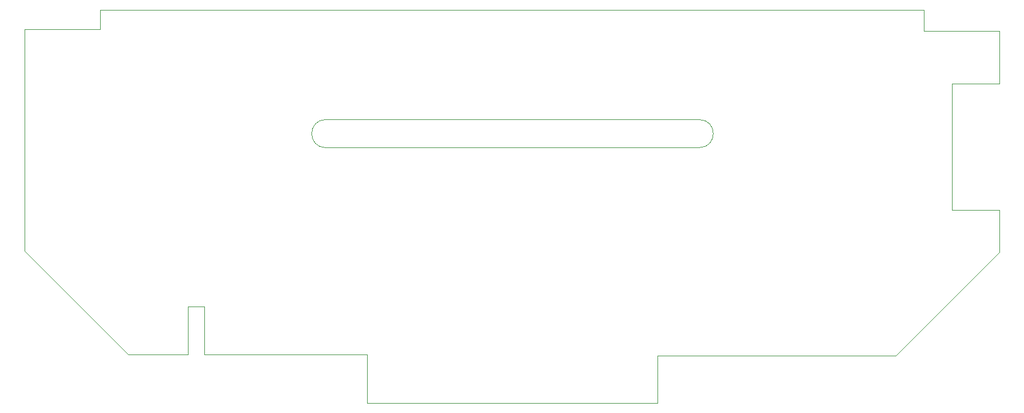
<source format=gbr>
G04 #@! TF.GenerationSoftware,KiCad,Pcbnew,(5.1.5)-3*
G04 #@! TF.CreationDate,2020-02-08T14:47:08+01:00*
G04 #@! TF.ProjectId,SenseEHajo,53656e73-6545-4486-916a-6f2e6b696361,rev?*
G04 #@! TF.SameCoordinates,PX55061d0PY277be90*
G04 #@! TF.FileFunction,Profile,NP*
%FSLAX46Y46*%
G04 Gerber Fmt 4.6, Leading zero omitted, Abs format (unit mm)*
G04 Created by KiCad (PCBNEW (5.1.5)-3) date 2020-02-08 14:47:08*
%MOMM*%
%LPD*%
G04 APERTURE LIST*
%ADD10C,0.050000*%
G04 APERTURE END LIST*
D10*
X-51054000Y-28829000D02*
X-42392600Y-28829000D01*
X-40081200Y-21894800D02*
X-40081200Y-28829000D01*
X-42392600Y-21894800D02*
X-40081200Y-21894800D01*
X-42392600Y-28829000D02*
X-42392600Y-21894800D01*
X29514800Y21056600D02*
X29489400Y21082000D01*
X25425400Y21056600D02*
X29514800Y21056600D01*
X23266400Y5207000D02*
X31521400Y5207000D01*
X29489400Y21082000D02*
X64008000Y21082000D01*
X-12446000Y1143000D02*
X31521400Y1143000D01*
X23266400Y5207000D02*
X-12446000Y5207000D01*
X74930000Y-13970000D02*
X59944000Y-28956000D01*
X-16510000Y-35814000D02*
X-16510000Y-28829000D01*
X64008000Y21082000D02*
X64008000Y18034000D01*
X64008000Y18034000D02*
X74930000Y18034000D01*
X25527000Y-35814000D02*
X-16510000Y-35814000D01*
X-66040000Y-13843000D02*
X-66040000Y18288000D01*
X74930000Y10414000D02*
X68072000Y10414000D01*
X74930000Y-7874000D02*
X74930000Y-13970000D01*
X68072000Y-7874000D02*
X74930000Y-7874000D01*
X68072000Y10414000D02*
X68072000Y-7874000D01*
X74930000Y18034000D02*
X74930000Y10414000D01*
X31521400Y5207000D02*
G75*
G02X31521400Y1143000I0J-2032000D01*
G01*
X-12446000Y1143000D02*
X-22479000Y1143000D01*
X-22479000Y5207000D02*
X-12446000Y5207000D01*
X-22479000Y1143000D02*
G75*
G02X-22479000Y5207000I0J2032000D01*
G01*
X-51054000Y-28829000D02*
X-66040000Y-13843000D01*
X-16510000Y-28829000D02*
X-40081200Y-28829000D01*
X25527000Y-28956000D02*
X25527000Y-35814000D01*
X-55118000Y18288000D02*
X-55118000Y21082000D01*
X-66040000Y18288000D02*
X-55118000Y18288000D01*
X25425400Y21056600D02*
X-55118000Y21082000D01*
X59944000Y-28956000D02*
X25527000Y-28956000D01*
M02*

</source>
